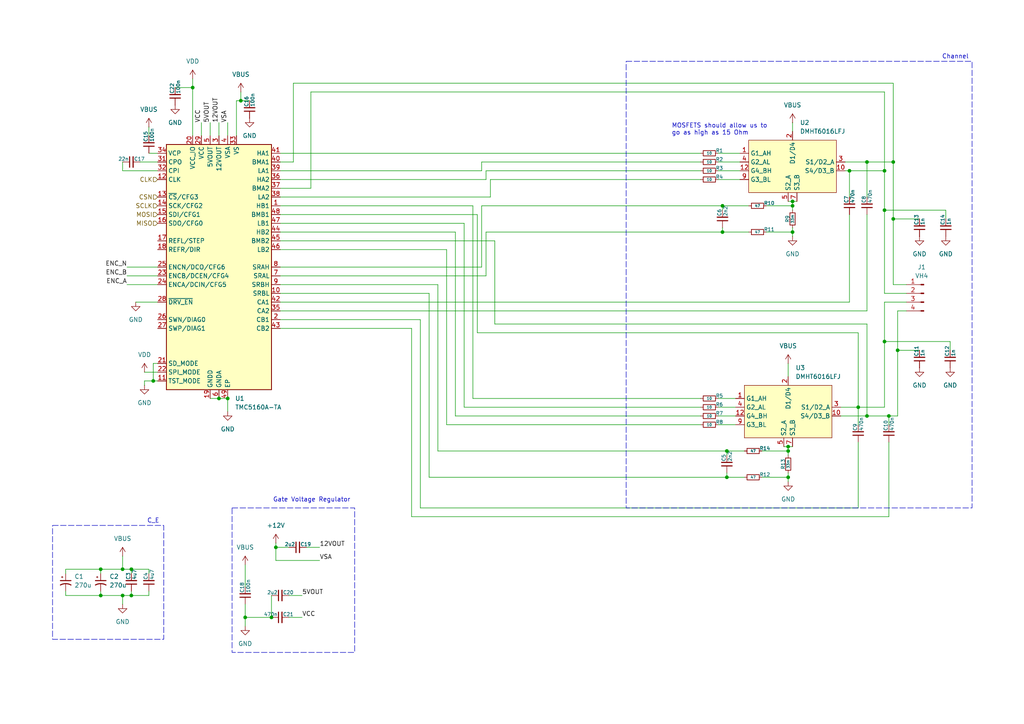
<source format=kicad_sch>
(kicad_sch (version 20250114) (generator "eeschema") (generator_version "9.0")
  (paper "A4")
  (lib_symbols
    (symbol "Bluesat:C_CompactH" (pin_numbers (hide yes)) (pin_names (offset 0.254) (hide yes))
      (property "Reference" "C" (at 0.762 0.889 0))
      (property "Value" "C_CompactH" (at -0.762 0.889 0))
      (symbol "C_CompactH_0_1"
        (polyline (pts (xy -0.508 -1.524) (xy -0.508 1.524)) (stroke (width 0.3048)))
        (polyline (pts (xy 0.508 -1.524) (xy 0.508 1.524)) (stroke (width 0.3302)))
      )
      (symbol "C_CompactH_1_1"
        (pin passive line (at -2.54 0 0) (length 2.032) (name "~") (number "1"))
        (pin passive line (at 2.54 0 180) (length 2.032) (name "~") (number "2"))
      )
    )
    (symbol "Bluesat:C_CompactV" (pin_numbers (hide yes)) (pin_names (offset 0.254) (hide yes))
      (property "Reference" "C" (at -0.889 0.762 90))
      (property "Value" "C_CompactV" (at 0.889 0.762 90))
      (symbol "C_CompactV_0_1"
        (polyline (pts (xy 1.524 0.508) (xy -1.524 0.508)) (stroke (width 0.3302)))
        (polyline (pts (xy 1.524 -0.508) (xy -1.524 -0.508)) (stroke (width 0.3048)))
      )
      (symbol "C_CompactV_1_1"
        (pin passive line (at 0 2.54 270) (length 2.032) (name "~") (number "2"))
        (pin passive line (at 0 -2.54 90) (length 2.032) (name "~") (number "1"))
      )
    )
    (symbol "Bluesat:DMHT6016LFJ"
      (property "Reference" "U" (at 2.032 9.652 0))
      (property "Value" "DMHT6016LFJ" (at 7.874 7.62 0))
      (symbol "DMHT6016LFJ_1_1"
        (rectangle (start -12.7 7.62) (end 12.7 -7.62) (fill (type background)))
        (pin input line (at -15.24 3.81 0) (length 2.54) (name "G1_AH") (number "1"))
        (pin input line (at -15.24 1.27 0) (length 2.54) (name "G2_AL") (number "4"))
        (pin input line (at -15.24 -1.27 0) (length 2.54) (name "G4_BH") (number "12"))
        (pin input line (at -15.24 -3.81 0) (length 2.54) (name "G3_BL") (number "9"))
        (pin power_in line (at -1.27 -10.16 90) (length 2.54) (name "S2_A") (number "5"))
        (pin power_in line (at -1.27 -10.16 90) (length 2.54) (hide yes) (name "S2_A") (number "6"))
        (pin power_in line (at 0 10.16 270) (length 2.54) (hide yes) (name "D1/D4") (number "11"))
        (pin power_in line (at 0 10.16 270) (length 2.54) (name "D1/D4") (number "2"))
        (pin power_in line (at 1.27 -10.16 90) (length 2.54) (name "S3_B") (number "7"))
        (pin power_in line (at 1.27 -10.16 90) (length 2.54) (hide yes) (name "S3_B") (number "8"))
        (pin power_out line (at 15.24 1.27 180) (length 2.54) (name "S1/D2_A") (number "3"))
        (pin power_out line (at 15.24 -1.27 180) (length 2.54) (name "S4/D3_B") (number "10"))
      )
    )
    (symbol "Bluesat:R_CompactH" (pin_numbers (hide yes)) (pin_names (offset 0.254) (hide yes))
      (property "Reference" "R" (at 1.8415 0.1905 0))
      (property "Value" "R_CompactH" (at 0 0 0))
      (symbol "R_CompactH_0_1"
        (rectangle (start -1.778 -0.762) (end 1.778 0.762) (stroke (width 0.2032)))
      )
      (symbol "R_CompactH_1_1"
        (pin passive line (at -2.54 0 0) (length 0.762) (name "~") (number "1"))
        (pin passive line (at 2.54 0 180) (length 0.762) (name "~") (number "2"))
      )
    )
    (symbol "Bluesat:R_CompactV" (pin_numbers (hide yes)) (pin_names (offset 0.254) (hide yes))
      (property "Reference" "R" (at -0.889 0 90))
      (property "Value" "R_CompactV" (at 0 0 90))
      (symbol "R_CompactV_0_1"
        (rectangle (start -0.762 1.778) (end 0.762 -1.778) (stroke (width 0.2032)))
      )
      (symbol "R_CompactV_1_1"
        (pin passive line (at 0 2.54 270) (length 0.762) (name "~") (number "1"))
        (pin passive line (at 0 -2.54 90) (length 0.762) (name "~") (number "2"))
      )
    )
    (symbol "Connector:Conn_01x04_Pin" (pin_names (offset 1.016) (hide yes))
      (property "Reference" "J" (at 0 5.08 0))
      (property "Value" "Conn_01x04_Pin" (at 0 -7.62 0))
      (symbol "Conn_01x04_Pin_1_1"
        (rectangle (start 0.8636 2.667) (end 0 2.413) (stroke (width 0.1524)) (fill (type outline)))
        (rectangle (start 0.8636 0.127) (end 0 -0.127) (stroke (width 0.1524)) (fill (type outline)))
        (rectangle (start 0.8636 -2.413) (end 0 -2.667) (stroke (width 0.1524)) (fill (type outline)))
        (rectangle (start 0.8636 -4.953) (end 0 -5.207) (stroke (width 0.1524)) (fill (type outline)))
        (polyline (pts (xy 1.27 2.54) (xy 0.8636 2.54)) (stroke (width 0.1524)))
        (polyline (pts (xy 1.27 0) (xy 0.8636 0)) (stroke (width 0.1524)))
        (polyline (pts (xy 1.27 -2.54) (xy 0.8636 -2.54)) (stroke (width 0.1524)))
        (polyline (pts (xy 1.27 -5.08) (xy 0.8636 -5.08)) (stroke (width 0.1524)))
        (pin passive line (at 5.08 2.54 180) (length 3.81) (name "Pin_1") (number "1"))
        (pin passive line (at 5.08 0 180) (length 3.81) (name "Pin_2") (number "2"))
        (pin passive line (at 5.08 -2.54 180) (length 3.81) (name "Pin_3") (number "3"))
        (pin passive line (at 5.08 -5.08 180) (length 3.81) (name "Pin_4") (number "4"))
      )
    )
    (symbol "Device:C_Polarized_Small_US" (pin_numbers (hide yes)) (pin_names (offset 0.254) (hide yes))
      (property "Reference" "C" (at 0.254 1.778 0))
      (property "Value" "C_Polarized_Small_US" (at 0.254 -2.032 0))
      (symbol "C_Polarized_Small_US_0_1"
        (polyline (pts (xy -1.524 0.508) (xy 1.524 0.508)) (stroke (width 0.3048)))
        (polyline (pts (xy -1.27 1.524) (xy -0.762 1.524)))
        (polyline (pts (xy -1.016 1.27) (xy -1.016 1.778)))
        (arc (start -1.524 -0.762) (mid 0 -0.3734) (end 1.524 -0.762) (stroke (width 0.3048)))
      )
      (symbol "C_Polarized_Small_US_1_1"
        (pin passive line (at 0 2.54 270) (length 2.032) (name "~") (number "1"))
        (pin passive line (at 0 -2.54 90) (length 2.032) (name "~") (number "2"))
      )
    )
    (symbol "Driver_Motor:TMC5160A-TA"
      (property "Reference" "U" (at -11.43 38.1 0))
      (property "Value" "TMC5160A-TA" (at 10.16 38.1 0))
      (symbol "TMC5160A-TA_1_0"
        (rectangle (start -15.24 -35.56) (end 15.24 35.56) (stroke (width 0.254)) (fill (type background)))
      )
      (symbol "TMC5160A-TA_1_1"
        (pin passive line (at -17.78 33.02 0) (length 2.54) (name "VCP") (number "34"))
        (pin passive line (at -17.78 30.48 0) (length 2.54) (name "CPO") (number "31"))
        (pin passive line (at -17.78 27.94 0) (length 2.54) (name "CPI") (number "32"))
        (pin input line (at -17.78 25.4 0) (length 2.54) (name "CLK") (number "12"))
        (pin input line (at -17.78 20.32 0) (length 2.54) (name "~{CS}/CFG3") (number "13"))
        (pin input line (at -17.78 17.78 0) (length 2.54) (name "SCK/CFG2") (number "14"))
        (pin input line (at -17.78 15.24 0) (length 2.54) (name "SDI/CFG1") (number "15"))
        (pin bidirectional line (at -17.78 12.7 0) (length 2.54) (name "SDO/CFG0") (number "16"))
        (pin input line (at -17.78 7.62 0) (length 2.54) (name "REFL/STEP") (number "17"))
        (pin input line (at -17.78 5.08 0) (length 2.54) (name "REFR/DIR") (number "18"))
        (pin bidirectional line (at -17.78 0 0) (length 2.54) (name "ENCN/DCO/CFG6") (number "25"))
        (pin input line (at -17.78 -2.54 0) (length 2.54) (name "ENCB/DCEN/CFG4") (number "23"))
        (pin input line (at -17.78 -5.08 0) (length 2.54) (name "ENCA/DCIN/CFG5") (number "24"))
        (pin input line (at -17.78 -10.16 0) (length 2.54) (name "~{DRV_EN}") (number "28"))
        (pin bidirectional line (at -17.78 -15.24 0) (length 2.54) (name "SWN/DIAG0") (number "26"))
        (pin bidirectional line (at -17.78 -17.78 0) (length 2.54) (name "SWP/DIAG1") (number "27"))
        (pin input line (at -17.78 -27.94 0) (length 2.54) (name "SD_MODE") (number "21"))
        (pin input line (at -17.78 -30.48 0) (length 2.54) (name "SPI_MODE") (number "22"))
        (pin input line (at -17.78 -33.02 0) (length 2.54) (name "TST_MODE") (number "11"))
        (pin power_in line (at -7.62 38.1 270) (length 2.54) (name "VCC_IO") (number "20"))
        (pin power_in line (at -5.08 38.1 270) (length 2.54) (name "VCC") (number "29"))
        (pin power_out line (at -2.54 38.1 270) (length 2.54) (name "5VOUT") (number "5"))
        (pin power_in line (at -2.54 -38.1 90) (length 2.54) (name "GNDD") (number "19"))
        (pin passive line (at -2.54 -38.1 90) (length 2.54) (hide yes) (name "GNDD") (number "30"))
        (pin power_out line (at 0 38.1 270) (length 2.54) (name "12VOUT") (number "3"))
        (pin power_in line (at 0 -38.1 90) (length 2.54) (name "GNDA") (number "6"))
        (pin power_in line (at 2.54 38.1 270) (length 2.54) (name "VSA") (number "4"))
        (pin power_in line (at 2.54 -38.1 90) (length 2.54) (name "EP") (number "49"))
        (pin power_in line (at 5.08 38.1 270) (length 2.54) (name "VS") (number "33"))
        (pin output line (at 17.78 33.02 180) (length 2.54) (name "HA1") (number "41"))
        (pin passive line (at 17.78 30.48 180) (length 2.54) (name "BMA1") (number "40"))
        (pin output line (at 17.78 27.94 180) (length 2.54) (name "LA1") (number "39"))
        (pin output line (at 17.78 25.4 180) (length 2.54) (name "HA2") (number "36"))
        (pin passive line (at 17.78 22.86 180) (length 2.54) (name "BMA2") (number "37"))
        (pin output line (at 17.78 20.32 180) (length 2.54) (name "LA2") (number "38"))
        (pin output line (at 17.78 17.78 180) (length 2.54) (name "HB1") (number "1"))
        (pin passive line (at 17.78 15.24 180) (length 2.54) (name "BMB1") (number "48"))
        (pin output line (at 17.78 12.7 180) (length 2.54) (name "LB1") (number "47"))
        (pin output line (at 17.78 10.16 180) (length 2.54) (name "HB2") (number "44"))
        (pin passive line (at 17.78 7.62 180) (length 2.54) (name "BMB2") (number "45"))
        (pin output line (at 17.78 5.08 180) (length 2.54) (name "LB2") (number "46"))
        (pin passive line (at 17.78 0 180) (length 2.54) (name "SRAH") (number "8"))
        (pin passive line (at 17.78 -2.54 180) (length 2.54) (name "SRAL") (number "7"))
        (pin passive line (at 17.78 -5.08 180) (length 2.54) (name "SRBH") (number "9"))
        (pin passive line (at 17.78 -7.62 180) (length 2.54) (name "SRBL") (number "10"))
        (pin passive line (at 17.78 -10.16 180) (length 2.54) (name "CA1") (number "42"))
        (pin passive line (at 17.78 -12.7 180) (length 2.54) (name "CA2") (number "35"))
        (pin passive line (at 17.78 -15.24 180) (length 2.54) (name "CB1") (number "2"))
        (pin passive line (at 17.78 -17.78 180) (length 2.54) (name "CB2") (number "43"))
      )
    )
    (symbol "power:+12V" (power) (pin_numbers (hide yes)) (pin_names (offset 0) (hide yes))
      (property "Value" "+12V" (at 0 3.556 0))
      (symbol "+12V_0_1"
        (polyline (pts (xy -0.762 1.27) (xy 0 2.54)))
        (polyline (pts (xy 0 2.54) (xy 0.762 1.27)))
        (polyline (pts (xy 0 0) (xy 0 2.54)))
      )
      (symbol "+12V_1_1"
        (pin power_in line (at 0 0 90) (length 0) (name "~") (number "1"))
      )
    )
    (symbol "power:GND" (power) (pin_numbers (hide yes)) (pin_names (offset 0) (hide yes))
      (property "Value" "GND" (at 0 -3.81 0))
      (symbol "GND_0_1"
        (polyline (pts (xy 0 0) (xy 0 -1.27) (xy 1.27 -1.27) (xy 0 -2.54) (xy -1.27 -1.27) (xy 0 -1.27)))
      )
      (symbol "GND_1_1"
        (pin power_in line (at 0 0 270) (length 0) (name "~") (number "1"))
      )
    )
    (symbol "power:VBUS" (power) (pin_numbers (hide yes)) (pin_names (offset 0) (hide yes))
      (property "Value" "VBUS" (at 0 3.556 0))
      (symbol "VBUS_0_1"
        (polyline (pts (xy -0.762 1.27) (xy 0 2.54)))
        (polyline (pts (xy 0 2.54) (xy 0.762 1.27)))
        (polyline (pts (xy 0 0) (xy 0 2.54)))
      )
      (symbol "VBUS_1_1"
        (pin power_in line (at 0 0 90) (length 0) (name "~") (number "1"))
      )
    )
    (symbol "power:VDD" (power) (pin_numbers (hide yes)) (pin_names (offset 0) (hide yes))
      (property "Value" "VDD" (at 0 3.556 0))
      (symbol "VDD_0_1"
        (polyline (pts (xy -0.762 1.27) (xy 0 2.54)))
        (polyline (pts (xy 0 2.54) (xy 0.762 1.27)))
        (polyline (pts (xy 0 0) (xy 0 2.54)))
      )
      (symbol "VDD_1_1"
        (pin power_in line (at 0 0 90) (length 0) (name "~") (number "1"))
      )
    )
  )
  (rectangle (start 15.24 152.4) (end 47.498 185.42) (stroke (width 0) (type dash)))
  (rectangle (start 67.31 147.32) (end 102.87 189.23) (stroke (width 0) (type dash)))
  (rectangle (start 181.61 17.78) (end 281.94 147.32) (stroke (width 0) (type dash)))
  (text "Gate Voltage Regulator" (at 90.424 145.034 0) (effects (font (size 1.27 1.27))))
  (text "C_E" (at 44.45 151.13 0) (effects (font (size 1.27 1.27))))
  (text "MOSFETS should allow us to\ngo as high as 15 Ohm" (at 194.818 37.592 0) (effects (font (size 1.27 1.27)) (justify left)))
  (text "Channel" (at 277.114 16.51 0) (effects (font (size 1.27 1.27))))
  (junction (at 38.1 172.72))
  (junction (at 38.1 165.1))
  (junction (at 63.5 115.57))
  (junction (at 229.87 67.31))
  (junction (at 260.35 101.6))
  (junction (at 257.81 120.65))
  (junction (at 259.08 46.99))
  (junction (at 44.45 110.49))
  (junction (at 256.54 99.06))
  (junction (at 259.08 63.5))
  (junction (at 29.21 165.1))
  (junction (at 251.46 120.65))
  (junction (at 80.01 158.75))
  (junction (at 228.6 138.43))
  (junction (at 210.82 138.43))
  (junction (at 248.92 118.11))
  (junction (at 69.85 29.21))
  (junction (at 251.46 46.99))
  (junction (at 256.54 49.53))
  (junction (at 66.04 115.57))
  (junction (at 229.87 59.69))
  (junction (at 35.56 172.72))
  (junction (at 210.82 130.81))
  (junction (at 55.88 25.4))
  (junction (at 228.6 129.54))
  (junction (at 209.55 67.31))
  (junction (at 35.56 165.1))
  (junction (at 29.21 172.72))
  (junction (at 246.38 49.53))
  (junction (at 256.54 60.96))
  (junction (at 209.55 59.69))
  (junction (at 71.12 179.07))
  (junction (at 229.87 58.42))
  (junction (at 78.74 179.07))
  (junction (at 228.6 130.81))
  (wire (pts (xy 55.88 25.4) (xy 55.88 22.86)))
  (wire (pts (xy 58.42 35.56) (xy 58.42 39.37)))
  (wire (pts (xy 140.97 49.53) (xy 203.2 49.53)))
  (wire (pts (xy 81.28 57.15) (xy 142.24 57.15)))
  (wire (pts (xy 246.38 62.23) (xy 246.38 87.63)))
  (wire (pts (xy 36.83 77.47) (xy 45.72 77.47)))
  (wire (pts (xy 60.96 35.56) (xy 60.96 39.37)))
  (wire (pts (xy 251.46 62.23) (xy 251.46 90.17)))
  (wire (pts (xy 257.81 149.86) (xy 119.38 149.86)))
  (wire (pts (xy 259.08 63.5) (xy 266.7 63.5)))
  (wire (pts (xy 259.08 82.55) (xy 262.89 82.55)))
  (wire (pts (xy 138.43 96.52) (xy 138.43 62.23)))
  (wire (pts (xy 208.28 118.11) (xy 213.36 118.11)))
  (wire (pts (xy 35.56 161.29) (xy 35.56 165.1)))
  (wire (pts (xy 45.72 110.49) (xy 44.45 110.49)))
  (wire (pts (xy 19.05 172.72) (xy 29.21 172.72)))
  (wire (pts (xy 63.5 35.56) (xy 63.5 39.37)))
  (wire (pts (xy 229.87 59.69) (xy 229.87 60.96)))
  (wire (pts (xy 251.46 120.65) (xy 251.46 93.98)))
  (wire (pts (xy 229.87 66.04) (xy 229.87 67.31)))
  (wire (pts (xy 81.28 72.39) (xy 129.54 72.39)))
  (wire (pts (xy 124.46 138.43) (xy 124.46 85.09)))
  (wire (pts (xy 119.38 149.86) (xy 119.38 95.25)))
  (wire (pts (xy 245.11 46.99) (xy 251.46 46.99)))
  (wire (pts (xy 81.28 95.25) (xy 119.38 95.25)))
  (wire (pts (xy 88.9 158.75) (xy 92.71 158.75)))
  (wire (pts (xy 229.87 67.31) (xy 222.25 67.31)))
  (wire (pts (xy 85.09 24.13) (xy 85.09 46.99)))
  (wire (pts (xy 245.11 49.53) (xy 246.38 49.53)))
  (wire (pts (xy 209.55 59.69) (xy 209.55 60.96)))
  (wire (pts (xy 29.21 165.1) (xy 35.56 165.1)))
  (wire (pts (xy 256.54 49.53) (xy 256.54 26.67)))
  (wire (pts (xy 83.82 179.07) (xy 87.63 179.07)))
  (wire (pts (xy 127 130.81) (xy 210.82 130.81)))
  (wire (pts (xy 38.1 172.72) (xy 38.1 171.45)))
  (wire (pts (xy 71.12 179.07) (xy 71.12 181.61)))
  (wire (pts (xy 228.6 137.16) (xy 228.6 138.43)))
  (wire (pts (xy 262.89 85.09) (xy 256.54 85.09)))
  (wire (pts (xy 260.35 120.65) (xy 260.35 101.6)))
  (wire (pts (xy 208.28 52.07) (xy 214.63 52.07)))
  (wire (pts (xy 60.96 115.57) (xy 63.5 115.57)))
  (wire (pts (xy 50.8 25.4) (xy 55.88 25.4)))
  (wire (pts (xy 228.6 129.54) (xy 228.6 130.81)))
  (wire (pts (xy 81.28 54.61) (xy 90.17 54.61)))
  (wire (pts (xy 44.45 110.49) (xy 41.91 110.49)))
  (wire (pts (xy 127 130.81) (xy 127 82.55)))
  (wire (pts (xy 259.08 46.99) (xy 259.08 24.13)))
  (wire (pts (xy 210.82 138.43) (xy 215.9 138.43)))
  (wire (pts (xy 228.6 129.54) (xy 229.87 129.54)))
  (wire (pts (xy 121.92 147.32) (xy 121.92 92.71)))
  (wire (pts (xy 43.18 36.83) (xy 43.18 39.37)))
  (wire (pts (xy 248.92 147.32) (xy 121.92 147.32)))
  (wire (pts (xy 246.38 49.53) (xy 256.54 49.53)))
  (wire (pts (xy 257.81 120.65) (xy 257.81 123.19)))
  (wire (pts (xy 44.45 105.41) (xy 44.45 110.49)))
  (wire (pts (xy 256.54 49.53) (xy 256.54 60.96)))
  (wire (pts (xy 260.35 101.6) (xy 266.7 101.6)))
  (wire (pts (xy 134.62 118.11) (xy 203.2 118.11)))
  (wire (pts (xy 259.08 24.13) (xy 85.09 24.13)))
  (wire (pts (xy 228.6 105.41) (xy 228.6 109.22)))
  (wire (pts (xy 243.84 120.65) (xy 251.46 120.65)))
  (wire (pts (xy 134.62 118.11) (xy 134.62 64.77)))
  (wire (pts (xy 36.83 82.55) (xy 45.72 82.55)))
  (wire (pts (xy 69.85 29.21) (xy 72.39 29.21)))
  (wire (pts (xy 81.28 44.45) (xy 203.2 44.45)))
  (wire (pts (xy 38.1 165.1) (xy 43.18 165.1)))
  (wire (pts (xy 251.46 120.65) (xy 257.81 120.65)))
  (wire (pts (xy 209.55 67.31) (xy 209.55 66.04)))
  (wire (pts (xy 260.35 90.17) (xy 262.89 90.17)))
  (wire (pts (xy 229.87 35.56) (xy 229.87 38.1)))
  (wire (pts (xy 90.17 26.67) (xy 90.17 54.61)))
  (wire (pts (xy 63.5 115.57) (xy 66.04 115.57)))
  (wire (pts (xy 251.46 93.98) (xy 143.51 93.98)))
  (wire (pts (xy 140.97 67.31) (xy 209.55 67.31)))
  (wire (pts (xy 36.83 80.01) (xy 45.72 80.01)))
  (wire (pts (xy 208.28 46.99) (xy 214.63 46.99)))
  (wire (pts (xy 142.24 52.07) (xy 203.2 52.07)))
  (wire (pts (xy 81.28 62.23) (xy 138.43 62.23)))
  (wire (pts (xy 137.16 115.57) (xy 137.16 59.69)))
  (wire (pts (xy 81.28 87.63) (xy 246.38 87.63)))
  (wire (pts (xy 220.98 130.81) (xy 228.6 130.81)))
  (wire (pts (xy 208.28 123.19) (xy 213.36 123.19)))
  (wire (pts (xy 229.87 58.42) (xy 231.14 58.42)))
  (wire (pts (xy 83.82 172.72) (xy 87.63 172.72)))
  (wire (pts (xy 257.81 120.65) (xy 260.35 120.65)))
  (wire (pts (xy 81.28 49.53) (xy 139.7 49.53)))
  (wire (pts (xy 68.58 29.21) (xy 68.58 39.37)))
  (wire (pts (xy 129.54 123.19) (xy 203.2 123.19)))
  (wire (pts (xy 259.08 46.99) (xy 259.08 63.5)))
  (wire (pts (xy 139.7 49.53) (xy 139.7 46.99)))
  (wire (pts (xy 81.28 67.31) (xy 132.08 67.31)))
  (wire (pts (xy 35.56 172.72) (xy 35.56 175.26)))
  (wire (pts (xy 208.28 115.57) (xy 213.36 115.57)))
  (wire (pts (xy 29.21 165.1) (xy 29.21 166.37)))
  (wire (pts (xy 222.25 59.69) (xy 229.87 59.69)))
  (wire (pts (xy 248.92 118.11) (xy 248.92 123.19)))
  (wire (pts (xy 274.32 60.96) (xy 274.32 63.5)))
  (wire (pts (xy 66.04 35.56) (xy 66.04 39.37)))
  (wire (pts (xy 81.28 92.71) (xy 121.92 92.71)))
  (wire (pts (xy 55.88 25.4) (xy 55.88 39.37)))
  (wire (pts (xy 256.54 60.96) (xy 274.32 60.96)))
  (wire (pts (xy 209.55 67.31) (xy 217.17 67.31)))
  (wire (pts (xy 43.18 44.45) (xy 45.72 44.45)))
  (wire (pts (xy 139.7 59.69) (xy 139.7 77.47)))
  (wire (pts (xy 208.28 49.53) (xy 214.63 49.53)))
  (wire (pts (xy 248.92 118.11) (xy 248.92 96.52)))
  (wire (pts (xy 71.12 179.07) (xy 78.74 179.07)))
  (wire (pts (xy 38.1 165.1) (xy 38.1 166.37)))
  (wire (pts (xy 81.28 90.17) (xy 251.46 90.17)))
  (wire (pts (xy 140.97 67.31) (xy 140.97 80.01)))
  (wire (pts (xy 256.54 26.67) (xy 90.17 26.67)))
  (wire (pts (xy 40.64 46.99) (xy 45.72 46.99)))
  (wire (pts (xy 132.08 120.65) (xy 203.2 120.65)))
  (wire (pts (xy 208.28 44.45) (xy 214.63 44.45)))
  (wire (pts (xy 81.28 82.55) (xy 127 82.55)))
  (wire (pts (xy 78.74 172.72) (xy 78.74 179.07)))
  (wire (pts (xy 129.54 123.19) (xy 129.54 72.39)))
  (wire (pts (xy 39.37 87.63) (xy 45.72 87.63)))
  (wire (pts (xy 228.6 138.43) (xy 228.6 139.7)))
  (wire (pts (xy 19.05 165.1) (xy 29.21 165.1)))
  (wire (pts (xy 228.6 132.08) (xy 228.6 130.81)))
  (wire (pts (xy 124.46 138.43) (xy 210.82 138.43)))
  (wire (pts (xy 251.46 46.99) (xy 259.08 46.99)))
  (wire (pts (xy 81.28 64.77) (xy 134.62 64.77)))
  (wire (pts (xy 210.82 130.81) (xy 215.9 130.81)))
  (wire (pts (xy 45.72 105.41) (xy 44.45 105.41)))
  (wire (pts (xy 35.56 172.72) (xy 38.1 172.72)))
  (wire (pts (xy 69.85 26.67) (xy 69.85 29.21)))
  (wire (pts (xy 210.82 137.16) (xy 210.82 138.43)))
  (wire (pts (xy 92.71 162.56) (xy 80.01 162.56)))
  (wire (pts (xy 139.7 46.99) (xy 203.2 46.99)))
  (wire (pts (xy 35.56 165.1) (xy 38.1 165.1)))
  (wire (pts (xy 256.54 118.11) (xy 256.54 99.06)))
  (wire (pts (xy 246.38 49.53) (xy 246.38 57.15)))
  (wire (pts (xy 29.21 172.72) (xy 29.21 171.45)))
  (wire (pts (xy 81.28 46.99) (xy 85.09 46.99)))
  (wire (pts (xy 71.12 163.83) (xy 71.12 170.18)))
  (wire (pts (xy 256.54 99.06) (xy 256.54 87.63)))
  (wire (pts (xy 228.6 138.43) (xy 220.98 138.43)))
  (wire (pts (xy 41.91 107.95) (xy 45.72 107.95)))
  (wire (pts (xy 259.08 63.5) (xy 259.08 82.55)))
  (wire (pts (xy 43.18 172.72) (xy 43.18 171.45)))
  (wire (pts (xy 137.16 115.57) (xy 203.2 115.57)))
  (wire (pts (xy 38.1 172.72) (xy 43.18 172.72)))
  (wire (pts (xy 19.05 165.1) (xy 19.05 166.37)))
  (wire (pts (xy 132.08 120.65) (xy 132.08 67.31)))
  (wire (pts (xy 66.04 119.38) (xy 66.04 115.57)))
  (wire (pts (xy 69.85 29.21) (xy 68.58 29.21)))
  (wire (pts (xy 80.01 158.75) (xy 83.82 158.75)))
  (wire (pts (xy 229.87 58.42) (xy 229.87 59.69)))
  (wire (pts (xy 209.55 59.69) (xy 217.17 59.69)))
  (wire (pts (xy 81.28 77.47) (xy 139.7 77.47)))
  (wire (pts (xy 256.54 87.63) (xy 262.89 87.63)))
  (wire (pts (xy 143.51 93.98) (xy 143.51 69.85)))
  (wire (pts (xy 256.54 99.06) (xy 275.59 99.06)))
  (wire (pts (xy 227.33 129.54) (xy 228.6 129.54)))
  (wire (pts (xy 81.28 59.69) (xy 137.16 59.69)))
  (wire (pts (xy 208.28 120.65) (xy 213.36 120.65)))
  (wire (pts (xy 257.81 128.27) (xy 257.81 149.86)))
  (wire (pts (xy 35.56 49.53) (xy 35.56 46.99)))
  (wire (pts (xy 140.97 49.53) (xy 140.97 52.07)))
  (wire (pts (xy 139.7 59.69) (xy 209.55 59.69)))
  (wire (pts (xy 81.28 69.85) (xy 143.51 69.85)))
  (wire (pts (xy 228.6 58.42) (xy 229.87 58.42)))
  (wire (pts (xy 41.91 110.49) (xy 41.91 111.76)))
  (wire (pts (xy 81.28 52.07) (xy 140.97 52.07)))
  (wire (pts (xy 210.82 132.08) (xy 210.82 130.81)))
  (wire (pts (xy 248.92 118.11) (xy 256.54 118.11)))
  (wire (pts (xy 256.54 85.09) (xy 256.54 60.96)))
  (wire (pts (xy 142.24 52.07) (xy 142.24 57.15)))
  (wire (pts (xy 243.84 118.11) (xy 248.92 118.11)))
  (wire (pts (xy 260.35 101.6) (xy 260.35 90.17)))
  (wire (pts (xy 248.92 96.52) (xy 138.43 96.52)))
  (wire (pts (xy 29.21 172.72) (xy 35.56 172.72)))
  (wire (pts (xy 248.92 128.27) (xy 248.92 147.32)))
  (wire (pts (xy 275.59 99.06) (xy 275.59 101.6)))
  (wire (pts (xy 251.46 46.99) (xy 251.46 57.15)))
  (wire (pts (xy 80.01 162.56) (xy 80.01 158.75)))
  (wire (pts (xy 45.72 49.53) (xy 35.56 49.53)))
  (wire (pts (xy 81.28 80.01) (xy 140.97 80.01)))
  (wire (pts (xy 19.05 172.72) (xy 19.05 171.45)))
  (wire (pts (xy 229.87 67.31) (xy 229.87 68.58)))
  (wire (pts (xy 71.12 175.26) (xy 71.12 179.07)))
  (wire (pts (xy 43.18 165.1) (xy 43.18 166.37)))
  (wire (pts (xy 81.28 85.09) (xy 124.46 85.09)))
  (wire (pts (xy 80.01 157.48) (xy 80.01 158.75)))
  (label "ENC_N" (at 36.83 77.47 180))
  (label "VSA" (at 66.04 35.56 90))
  (label "ENC_B" (at 36.83 80.01 180))
  (label "VCC" (at 87.63 179.07 0))
  (label "12VOUT" (at 63.5 35.56 90))
  (label "12VOUT" (at 92.71 158.75 0))
  (label "VCC" (at 58.42 35.56 90))
  (label "5VOUT" (at 87.63 172.72 0))
  (label "VSA" (at 92.71 162.56 0))
  (label "ENC_A" (at 36.83 82.55 180))
  (label "5VOUT" (at 60.96 35.56 90))
  (hierarchical_label "CSN" (shape input) (at 45.72 57.15 180))
  (hierarchical_label "MOSI" (shape input) (at 45.72 62.23 180))
  (hierarchical_label "MISO" (shape input) (at 45.72 64.77 180))
  (hierarchical_label "SCLK" (shape input) (at 45.72 59.69 180))
  (hierarchical_label "CLK" (shape input) (at 45.72 52.07 180))
  (symbol (lib_id "power:VDD") (at 55.88 22.86 0) (unit 1)
    (property "Reference" "#PWR019" (effects (hide yes)))
    (property "Value" "VDD" (at 55.88 17.78 0))
    (property "Description" "Power symbol creates a global label with name \"VDD\"" (effects (hide yes)))
  )
  (symbol (lib_id "Bluesat:C_CompactV") (at 257.81 125.73 0) (unit 1)
    (property "Reference" "C10" (at 256.921 124.968 90) (effects (font (size 1.016 1.016)) (justify left)))
    (property "Value" "470n" (at 258.699 124.968 90) (effects (font (size 1.016 1.016)) (justify left)))
    (property "Description" "Unpolarized capacitor, compact symbol" (effects (hide yes)))
  )
  (symbol (lib_id "power:GND") (at 228.6 139.7 0) (unit 1)
    (property "Reference" "#PWR013" (effects (hide yes)))
    (property "Value" "GND" (at 228.6 144.78 0))
    (property "Description" "Power symbol creates a global label with name \"GND\" , ground" (effects (hide yes)))
  )
  (symbol (lib_id "power:VBUS") (at 43.18 36.83 0) (unit 1)
    (property "Reference" "#PWR014" (effects (hide yes)))
    (property "Value" "VBUS" (at 43.18 31.75 0))
    (property "Description" "Power symbol creates a global label with name \"VBUS\"" (effects (hide yes)))
  )
  (symbol (lib_id "Bluesat:R_CompactH") (at 219.71 67.31 0) (unit 1)
    (property "Reference" "R11" (at 221.5515 67.1195 0) (effects (font (size 1.016 1.016)) (justify left bottom)))
    (property "Value" "47" (at 219.71 67.31 0) (effects (font (size 0.762 0.762))))
    (property "Description" "Resistor, compact symbol" (effects (hide yes)))
  )
  (symbol (lib_id "Bluesat:C_CompactV") (at 72.39 31.75 0) (unit 1)
    (property "Reference" "C16" (at 71.501 30.988 90) (effects (font (size 1.016 1.016)) (justify left)))
    (property "Value" "100n" (at 73.279 30.988 90) (effects (font (size 1.016 1.016)) (justify left)))
    (property "Description" "Unpolarized capacitor, compact symbol" (effects (hide yes)))
  )
  (symbol (lib_id "Bluesat:DMHT6016LFJ") (at 228.6 119.38 0) (unit 1)
    (property "Reference" "U3" (at 230.7433 106.68 0) (effects (justify left)))
    (property "Value" "DMHT6016LFJ" (at 230.7433 109.22 0) (effects (justify left)))
  )
  (symbol (lib_id "power:VBUS") (at 69.85 26.67 0) (unit 1)
    (property "Reference" "#PWR015" (effects (hide yes)))
    (property "Value" "VBUS" (at 69.85 21.59 0))
    (property "Description" "Power symbol creates a global label with name \"VBUS\"" (effects (hide yes)))
  )
  (symbol (lib_id "power:VBUS") (at 35.56 161.29 0) (unit 1)
    (property "Reference" "#PWR03" (effects (hide yes)))
    (property "Value" "VBUS" (at 35.56 156.21 0))
    (property "Description" "Power symbol creates a global label with name \"VBUS\"" (effects (hide yes)))
  )
  (symbol (lib_id "power:VBUS") (at 71.12 163.83 0) (unit 1)
    (property "Reference" "#PWR017" (effects (hide yes)))
    (property "Value" "VBUS" (at 71.12 158.75 0))
    (property "Description" "Power symbol creates a global label with name \"VBUS\"" (effects (hide yes)))
  )
  (symbol (lib_id "Bluesat:R_CompactH") (at 205.74 120.65 0) (unit 1)
    (property "Reference" "R7" (at 207.5815 120.4595 0) (effects (font (size 1.016 1.016)) (justify left bottom)))
    (property "Value" "10" (at 205.74 120.65 0) (effects (font (size 0.762 0.762))))
    (property "Description" "Resistor, compact symbol" (effects (hide yes)))
  )
  (symbol (lib_id "power:GND") (at 71.12 181.61 0) (unit 1)
    (property "Reference" "#PWR018" (effects (hide yes)))
    (property "Value" "GND" (at 71.12 186.69 0))
    (property "Description" "Power symbol creates a global label with name \"GND\" , ground" (effects (hide yes)))
  )
  (symbol (lib_id "power:GND") (at 39.37 87.63 0) (unit 1)
    (property "Reference" "#PWR024" (effects (hide yes)))
    (property "Value" "GND" (at 39.37 92.71 0))
    (property "Description" "Power symbol creates a global label with name \"GND\" , ground" (effects (hide yes)))
  )
  (symbol (lib_id "Bluesat:C_CompactV") (at 248.92 125.73 0) (unit 1)
    (property "Reference" "C9" (at 248.031 124.968 90) (effects (font (size 1.016 1.016)) (justify left)))
    (property "Value" "470n" (at 249.809 124.968 90) (effects (font (size 1.016 1.016)) (justify left)))
    (property "Description" "Unpolarized capacitor, compact symbol" (effects (hide yes)))
  )
  (symbol (lib_id "Bluesat:R_CompactH") (at 205.74 118.11 0) (unit 1)
    (property "Reference" "R6" (at 207.5815 117.9195 0) (effects (font (size 1.016 1.016)) (justify left bottom)))
    (property "Value" "10" (at 205.74 118.11 0) (effects (font (size 0.762 0.762))))
    (property "Description" "Resistor, compact symbol" (effects (hide yes)))
  )
  (symbol (lib_id "Device:C_Polarized_Small_US") (at 19.05 168.91 0) (unit 1)
    (property "Reference" "C1" (at 21.59 167.2081 0) (effects (justify left)))
    (property "Value" "270u" (at 21.59 169.7481 0) (effects (justify left)))
    (property "Description" "Polarized capacitor, small US symbol" (effects (hide yes)))
  )
  (symbol (lib_id "Bluesat:C_CompactV") (at 38.1 168.91 0) (unit 1)
    (property "Reference" "C3" (at 37.211 168.148 90) (effects (font (size 1.016 1.016)) (justify left)))
    (property "Value" "4u7" (at 38.989 168.148 90) (effects (font (size 1.016 1.016)) (justify left)))
    (property "Description" "Unpolarized capacitor, compact symbol" (effects (hide yes)))
  )
  (symbol (lib_id "Bluesat:R_CompactH") (at 205.74 52.07 0) (unit 1)
    (property "Reference" "R4" (at 207.5815 51.8795 0) (effects (font (size 1.016 1.016)) (justify left bottom)))
    (property "Value" "10" (at 205.74 52.07 0) (effects (font (size 0.762 0.762))))
    (property "Description" "Resistor, compact symbol" (effects (hide yes)))
  )
  (symbol (lib_id "Bluesat:C_CompactV") (at 209.55 63.5 0) (unit 1)
    (property "Reference" "C6" (at 208.661 62.738 90) (effects (font (size 1.016 1.016)) (justify left)))
    (property "Value" "2n2" (at 210.439 62.738 90) (effects (font (size 1.016 1.016)) (justify left)))
    (property "Description" "Unpolarized capacitor, compact symbol" (effects (hide yes)))
  )
  (symbol (lib_id "power:GND") (at 266.7 106.68 0) (unit 1)
    (property "Reference" "#PWR08" (effects (hide yes)))
    (property "Value" "GND" (at 266.7 111.76 0))
    (property "Description" "Power symbol creates a global label with name \"GND\" , ground" (effects (hide yes)))
  )
  (symbol (lib_id "Bluesat:R_CompactH") (at 205.74 115.57 0) (unit 1)
    (property "Reference" "R5" (at 207.5815 115.3795 0) (effects (font (size 1.016 1.016)) (justify left bottom)))
    (property "Value" "10" (at 205.74 115.57 0) (effects (font (size 0.762 0.762))))
    (property "Description" "Resistor, compact symbol" (effects (hide yes)))
  )
  (symbol (lib_id "Bluesat:C_CompactH") (at 38.1 46.99 0) (unit 1)
    (property "Reference" "C17" (at 38.862 46.101 0) (effects (font (size 1.016 1.016)) (justify left)))
    (property "Value" "22n" (at 37.338 46.101 0) (effects (font (size 1.016 1.016)) (justify right)))
    (property "Description" "Unpolarized capacitor, compact symbol" (effects (hide yes)))
  )
  (symbol (lib_id "Bluesat:R_CompactH") (at 205.74 49.53 0) (unit 1)
    (property "Reference" "R3" (at 207.5815 49.3395 0) (effects (font (size 1.016 1.016)) (justify left bottom)))
    (property "Value" "10" (at 205.74 49.53 0) (effects (font (size 0.762 0.762))))
    (property "Description" "Resistor, compact symbol" (effects (hide yes)))
  )
  (symbol (lib_id "Bluesat:DMHT6016LFJ") (at 229.87 48.26 0) (unit 1)
    (property "Reference" "U2" (at 232.0133 35.56 0) (effects (justify left)))
    (property "Value" "DMHT6016LFJ" (at 232.0133 38.1 0) (effects (justify left)))
  )
  (symbol (lib_id "power:GND") (at 66.04 119.38 0) (unit 1)
    (property "Reference" "#PWR021" (effects (hide yes)))
    (property "Value" "GND" (at 66.04 124.46 0))
    (property "Description" "Power symbol creates a global label with name \"GND\" , ground" (effects (hide yes)))
  )
  (symbol (lib_id "Bluesat:R_CompactV") (at 229.87 63.5 0) (unit 1)
    (property "Reference" "R9" (at 228.981 63.5 90) (effects (font (size 1.016 1.016)) (justify bottom)))
    (property "Value" "33m" (at 229.87 63.5 90) (effects (font (size 0.762 0.762))))
    (property "Description" "Resistor, compact symbol" (effects (hide yes)))
  )
  (symbol (lib_id "Bluesat:C_CompactV") (at 246.38 59.69 0) (unit 1)
    (property "Reference" "C7" (at 245.491 58.928 90) (effects (font (size 1.016 1.016)) (justify left)))
    (property "Value" "470n" (at 247.269 58.928 90) (effects (font (size 1.016 1.016)) (justify left)))
    (property "Description" "Unpolarized capacitor, compact symbol" (effects (hide yes)))
  )
  (symbol (lib_id "power:GND") (at 72.39 34.29 0) (unit 1)
    (property "Reference" "#PWR016" (effects (hide yes)))
    (property "Value" "GND" (at 72.39 39.37 0))
    (property "Description" "Power symbol creates a global label with name \"GND\" , ground" (effects (hide yes)))
  )
  (symbol (lib_id "Driver_Motor:TMC5160A-TA") (at 63.5 77.47 0) (unit 1)
    (property "Reference" "U1" (at 68.1833 115.57 0) (effects (justify left)))
    (property "Value" "TMC5160A-TA" (at 68.1833 118.11 0) (effects (justify left)))
    (property "Footprint" "Package_QFP:TQFP-48-1EP_7x7mm_P0.5mm_EP5x5mm_ThermalVias" (effects (hide yes)))
    (property "Datasheet" "https://www.trinamic.com/fileadmin/assets/Products/ICs_Documents/TMC5160A_Datasheet_Rev1.14.pdf" (effects (hide yes)))
    (property "Description" "20A Driver for two-phase bipolar stepper motor, SPI, UART, TQFP-48" (effects (hide yes)))
  )
  (symbol (lib_id "power:GND") (at 41.91 111.76 0) (unit 1)
    (property "Reference" "#PWR01" (effects (hide yes)))
    (property "Value" "GND" (at 41.91 116.84 0))
    (property "Description" "Power symbol creates a global label with name \"GND\" , ground" (effects (hide yes)))
  )
  (symbol (lib_id "Bluesat:C_CompactV") (at 251.46 59.69 0) (unit 1)
    (property "Reference" "C8" (at 250.571 58.928 90) (effects (font (size 1.016 1.016)) (justify left)))
    (property "Value" "470n" (at 252.349 58.928 90) (effects (font (size 1.016 1.016)) (justify left)))
    (property "Description" "Unpolarized capacitor, compact symbol" (effects (hide yes)))
  )
  (symbol (lib_id "power:GND") (at 266.7 68.58 0) (unit 1)
    (property "Reference" "#PWR010" (effects (hide yes)))
    (property "Value" "GND" (at 266.7 73.66 0))
    (property "Description" "Power symbol creates a global label with name \"GND\" , ground" (effects (hide yes)))
  )
  (symbol (lib_id "Bluesat:R_CompactH") (at 205.74 46.99 0) (unit 1)
    (property "Reference" "R2" (at 207.5815 46.7995 0) (effects (font (size 1.016 1.016)) (justify left bottom)))
    (property "Value" "10" (at 205.74 46.99 0) (effects (font (size 0.762 0.762))))
    (property "Description" "Resistor, compact symbol" (effects (hide yes)))
  )
  (symbol (lib_id "power:GND") (at 35.56 175.26 0) (unit 1)
    (property "Reference" "#PWR02" (effects (hide yes)))
    (property "Value" "GND" (at 35.56 180.34 0))
    (property "Description" "Power symbol creates a global label with name \"GND\" , ground" (effects (hide yes)))
  )
  (symbol (lib_id "power:GND") (at 229.87 68.58 0) (unit 1)
    (property "Reference" "#PWR012" (effects (hide yes)))
    (property "Value" "GND" (at 229.87 73.66 0))
    (property "Description" "Power symbol creates a global label with name \"GND\" , ground" (effects (hide yes)))
  )
  (symbol (lib_id "Bluesat:C_CompactV") (at 71.12 172.72 0) (unit 1)
    (property "Reference" "C18" (at 70.231 171.958 90) (effects (font (size 1.016 1.016)) (justify left)))
    (property "Value" "100n" (at 72.009 171.958 90) (effects (font (size 1.016 1.016)) (justify left)))
    (property "Description" "Unpolarized capacitor, compact symbol" (effects (hide yes)))
  )
  (symbol (lib_id "power:VBUS") (at 229.87 35.56 0) (unit 1)
    (property "Reference" "#PWR04" (effects (hide yes)))
    (property "Value" "VBUS" (at 229.87 30.48 0))
    (property "Description" "Power symbol creates a global label with name \"VBUS\"" (effects (hide yes)))
  )
  (symbol (lib_id "power:+12V") (at 80.01 157.48 0) (unit 1)
    (property "Reference" "#PWR05" (effects (hide yes)))
    (property "Value" "+12V" (at 80.01 152.4 0))
    (property "Description" "Power symbol creates a global label with name \"+12V\"" (effects (hide yes)))
  )
  (symbol (lib_id "Bluesat:R_CompactV") (at 228.6 134.62 0) (unit 1)
    (property "Reference" "R13" (at 227.711 134.62 90) (effects (font (size 1.016 1.016)) (justify bottom)))
    (property "Value" "33m" (at 228.6 134.62 90) (effects (font (size 0.762 0.762))))
    (property "Description" "Resistor, compact symbol" (effects (hide yes)))
  )
  (symbol (lib_id "Bluesat:C_CompactV") (at 50.8 27.94 0) (unit 1)
    (property "Reference" "C22" (at 49.911 27.178 90) (effects (font (size 1.016 1.016)) (justify left)))
    (property "Value" "100n" (at 51.689 27.178 90) (effects (font (size 1.016 1.016)) (justify left)))
    (property "Description" "Unpolarized capacitor, compact symbol" (effects (hide yes)))
  )
  (symbol (lib_id "power:VDD") (at 41.91 107.95 0) (unit 1)
    (property "Reference" "#PWR022" (effects (hide yes)))
    (property "Value" "VDD" (at 41.91 102.87 0))
    (property "Description" "Power symbol creates a global label with name \"VDD\"" (effects (hide yes)))
  )
  (symbol (lib_id "Bluesat:R_CompactH") (at 219.71 59.69 0) (unit 1)
    (property "Reference" "R10" (at 221.5515 59.4995 0) (effects (font (size 1.016 1.016)) (justify left bottom)))
    (property "Value" "47" (at 219.71 59.69 0) (effects (font (size 0.762 0.762))))
    (property "Description" "Resistor, compact symbol" (effects (hide yes)))
  )
  (symbol (lib_id "Bluesat:C_CompactV") (at 266.7 104.14 0) (unit 1)
    (property "Reference" "C11" (at 265.811 103.378 90) (effects (font (size 1.016 1.016)) (justify left)))
    (property "Value" "1n" (at 267.589 103.378 90) (effects (font (size 1.016 1.016)) (justify left)))
    (property "Description" "Unpolarized capacitor, compact symbol" (effects (hide yes)))
  )
  (symbol (lib_id "Device:C_Polarized_Small_US") (at 29.21 168.91 0) (unit 1)
    (property "Reference" "C2" (at 31.75 167.2081 0) (effects (justify left)))
    (property "Value" "270u" (at 31.75 169.7481 0) (effects (justify left)))
    (property "Description" "Polarized capacitor, small US symbol" (effects (hide yes)))
  )
  (symbol (lib_id "Bluesat:R_CompactH") (at 205.74 44.45 0) (unit 1)
    (property "Reference" "R1" (at 207.5815 44.2595 0) (effects (font (size 1.016 1.016)) (justify left bottom)))
    (property "Value" "10" (at 205.74 44.45 0) (effects (font (size 0.762 0.762))))
    (property "Description" "Resistor, compact symbol" (effects (hide yes)))
  )
  (symbol (lib_id "Bluesat:C_CompactH") (at 86.36 158.75 0) (unit 1)
    (property "Reference" "C19" (at 87.122 157.861 0) (effects (font (size 1.016 1.016)) (justify left)))
    (property "Value" "2u2" (at 85.598 157.861 0) (effects (font (size 1.016 1.016)) (justify right)))
    (property "Description" "Unpolarized capacitor, compact symbol" (effects (hide yes)))
  )
  (symbol (lib_id "Connector:Conn_01x04_Pin") (at 267.97 85.09 0) (mirror y) (unit 1)
    (property "Reference" "J1" (at 267.335 77.47 0))
    (property "Value" "VH4" (at 267.335 80.01 0))
    (property "Description" "Generic connector, single row, 01x04, script generated" (effects (hide yes)))
  )
  (symbol (lib_id "power:VBUS") (at 228.6 105.41 0) (unit 1)
    (property "Reference" "#PWR06" (effects (hide yes)))
    (property "Value" "VBUS" (at 228.6 100.33 0))
    (property "Description" "Power symbol creates a global label with name \"VBUS\"" (effects (hide yes)))
  )
  (symbol (lib_id "Bluesat:C_CompactH") (at 81.28 179.07 0) (unit 1)
    (property "Reference" "C21" (at 82.042 178.181 0) (effects (font (size 1.016 1.016)) (justify left)))
    (property "Value" "470n" (at 80.518 178.181 0) (effects (font (size 1.016 1.016)) (justify right)))
    (property "Description" "Unpolarized capacitor, compact symbol" (effects (hide yes)))
  )
  (symbol (lib_id "Bluesat:C_CompactV") (at 43.18 168.91 0) (unit 1)
    (property "Reference" "C4" (at 42.291 168.148 90) (effects (font (size 1.016 1.016)) (justify left)))
    (property "Value" "4u7" (at 44.069 168.148 90) (effects (font (size 1.016 1.016)) (justify left)))
    (property "Description" "Unpolarized capacitor, compact symbol" (effects (hide yes)))
  )
  (symbol (lib_id "power:GND") (at 275.59 106.68 0) (unit 1)
    (property "Reference" "#PWR09" (effects (hide yes)))
    (property "Value" "GND" (at 275.59 111.76 0))
    (property "Description" "Power symbol creates a global label with name \"GND\" , ground" (effects (hide yes)))
  )
  (symbol (lib_id "Bluesat:C_CompactH") (at 81.28 172.72 0) (unit 1)
    (property "Reference" "C20" (at 82.042 171.831 0) (effects (font (size 1.016 1.016)) (justify left)))
    (property "Value" "2u2" (at 80.518 171.831 0) (effects (font (size 1.016 1.016)) (justify right)))
    (property "Description" "Unpolarized capacitor, compact symbol" (effects (hide yes)))
  )
  (symbol (lib_id "Bluesat:C_CompactV") (at 43.18 41.91 0) (unit 1)
    (property "Reference" "C15" (at 42.291 41.148 90) (effects (font (size 1.016 1.016)) (justify left)))
    (property "Value" "100n" (at 44.069 41.148 90) (effects (font (size 1.016 1.016)) (justify left)))
    (property "Description" "Unpolarized capacitor, compact symbol" (effects (hide yes)))
  )
  (symbol (lib_id "Bluesat:R_CompactH") (at 218.44 138.43 0) (unit 1)
    (property "Reference" "R12" (at 220.2815 138.2395 0) (effects (font (size 1.016 1.016)) (justify left bottom)))
    (property "Value" "47" (at 218.44 138.43 0) (effects (font (size 0.762 0.762))))
    (property "Description" "Resistor, compact symbol" (effects (hide yes)))
  )
  (symbol (lib_id "Bluesat:C_CompactV") (at 274.32 66.04 0) (unit 1)
    (property "Reference" "C14" (at 273.431 65.278 90) (effects (font (size 1.016 1.016)) (justify left)))
    (property "Value" "1n" (at 275.209 65.278 90) (effects (font (size 1.016 1.016)) (justify left)))
    (property "Description" "Unpolarized capacitor, compact symbol" (effects (hide yes)))
  )
  (symbol (lib_id "Bluesat:C_CompactV") (at 275.59 104.14 0) (unit 1)
    (property "Reference" "C12" (at 274.701 103.378 90) (effects (font (size 1.016 1.016)) (justify left)))
    (property "Value" "1n" (at 276.479 103.378 90) (effects (font (size 1.016 1.016)) (justify left)))
    (property "Description" "Unpolarized capacitor, compact symbol" (effects (hide yes)))
  )
  (symbol (lib_id "Bluesat:C_CompactV") (at 210.82 134.62 0) (unit 1)
    (property "Reference" "C5" (at 209.931 133.858 90) (effects (font (size 1.016 1.016)) (justify left)))
    (property "Value" "2n2" (at 211.709 133.858 90) (effects (font (size 1.016 1.016)) (justify left)))
    (property "Description" "Unpolarized capacitor, compact symbol" (effects (hide yes)))
  )
  (symbol (lib_id "Bluesat:C_CompactV") (at 266.7 66.04 0) (unit 1)
    (property "Reference" "C13" (at 265.811 65.278 90) (effects (font (size 1.016 1.016)) (justify left)))
    (property "Value" "1n" (at 267.589 65.278 90) (effects (font (size 1.016 1.016)) (justify left)))
    (property "Description" "Unpolarized capacitor, compact symbol" (effects (hide yes)))
  )
  (symbol (lib_id "power:GND") (at 50.8 30.48 0) (unit 1)
    (property "Reference" "#PWR020" (effects (hide yes)))
    (property "Value" "GND" (at 50.8 35.56 0))
    (property "Description" "Power symbol creates a global label with name \"GND\" , ground" (effects (hide yes)))
  )
  (symbol (lib_id "power:GND") (at 274.32 68.58 0) (unit 1)
    (property "Reference" "#PWR011" (effects (hide yes)))
    (property "Value" "GND" (at 274.32 73.66 0))
    (property "Description" "Power symbol creates a global label with name \"GND\" , ground" (effects (hide yes)))
  )
  (symbol (lib_id "Bluesat:R_CompactH") (at 205.74 123.19 0) (unit 1)
    (property "Reference" "R8" (at 207.5815 122.9995 0) (effects (font (size 1.016 1.016)) (justify left bottom)))
    (property "Value" "10" (at 205.74 123.19 0) (effects (font (size 0.762 0.762))))
    (property "Description" "Resistor, compact symbol" (effects (hide yes)))
  )
  (symbol (lib_id "Bluesat:R_CompactH") (at 218.44 130.81 0) (unit 1)
    (property "Reference" "R14" (at 220.2815 130.6195 0) (effects (font (size 1.016 1.016)) (justify left bottom)))
    (property "Value" "47" (at 218.44 130.81 0) (effects (font (size 0.762 0.762))))
    (property "Description" "Resistor, compact symbol" (effects (hide yes)))
  )
)
</source>
